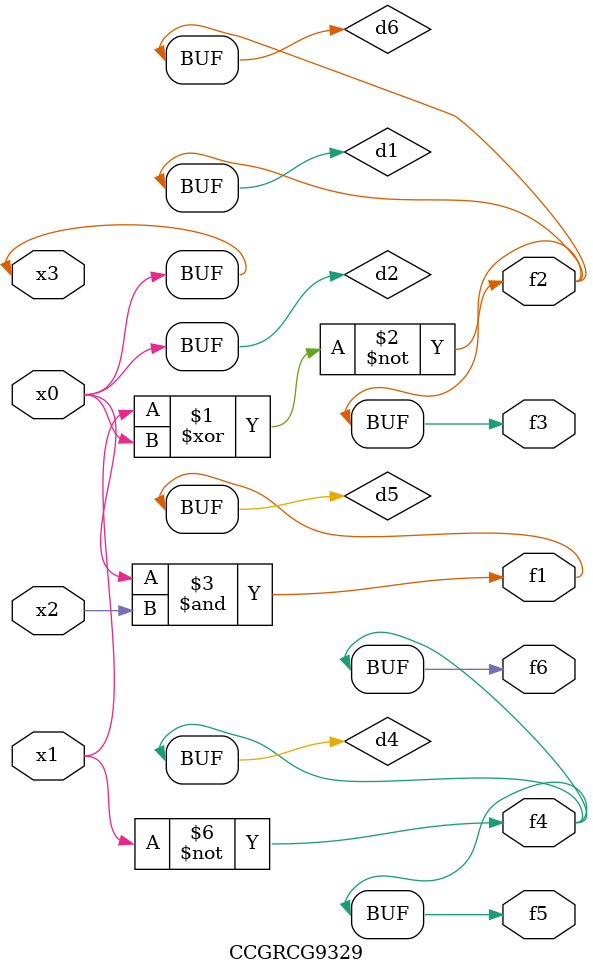
<source format=v>
module CCGRCG9329(
	input x0, x1, x2, x3,
	output f1, f2, f3, f4, f5, f6
);

	wire d1, d2, d3, d4, d5, d6;

	xnor (d1, x1, x3);
	buf (d2, x0, x3);
	nand (d3, x0, x2);
	not (d4, x1);
	nand (d5, d3);
	or (d6, d1);
	assign f1 = d5;
	assign f2 = d6;
	assign f3 = d6;
	assign f4 = d4;
	assign f5 = d4;
	assign f6 = d4;
endmodule

</source>
